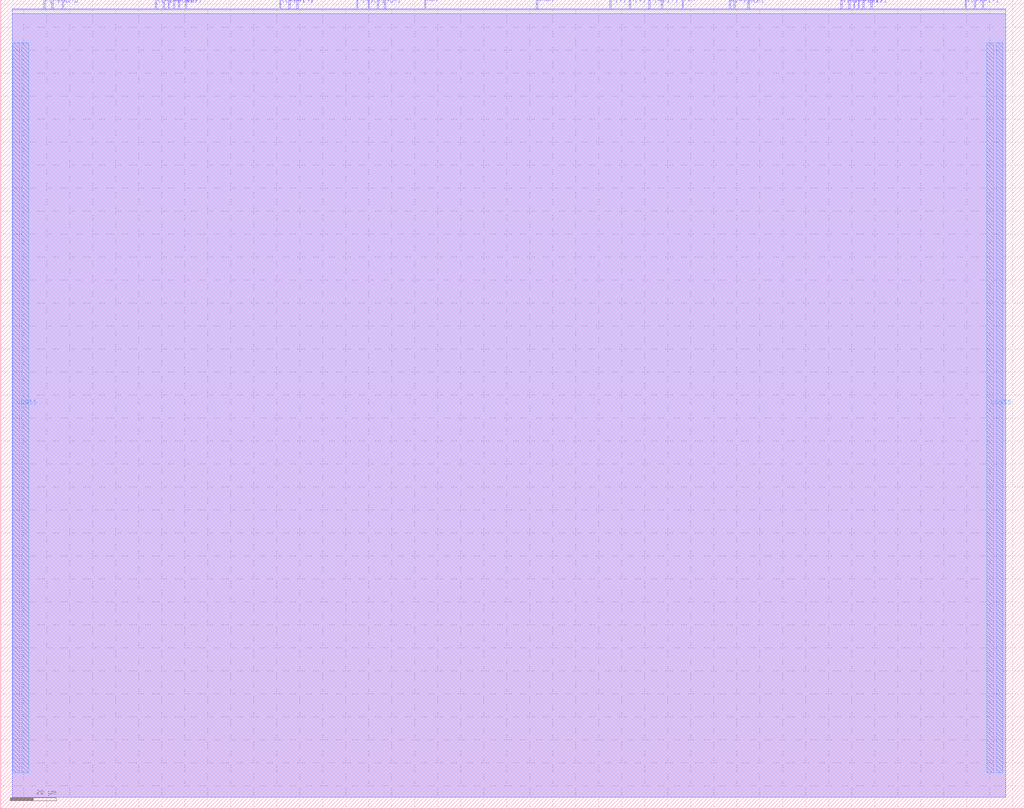
<source format=lef>
VERSION 5.7 ;
  NOWIREEXTENSIONATPIN ON ;
  DIVIDERCHAR "/" ;
  BUSBITCHARS "[]" ;
MACRO gf180_ram_256x8_wrapper
  CLASS BLOCK ;
  FOREIGN gf180_ram_256x8_wrapper ;
  ORIGIN 0.000 0.000 ;
  SIZE 444.860 BY 351.880 ;
  PIN A[0]
    DIRECTION INPUT ;
    USE SIGNAL ;
    PORT
      LAYER Metal2 ;
        RECT 264.720 347.880 265.280 351.880 ;
    END
  END A[0]
  PIN A[1]
    DIRECTION INPUT ;
    USE SIGNAL ;
    PORT
      LAYER Metal2 ;
        RECT 273.220 347.880 273.780 351.880 ;
    END
  END A[1]
  PIN A[2]
    DIRECTION INPUT ;
    USE SIGNAL ;
    PORT
      LAYER Metal2 ;
        RECT 281.720 347.880 282.280 351.880 ;
    END
  END A[2]
  PIN A[3]
    DIRECTION INPUT ;
    USE SIGNAL ;
    PORT
      LAYER Metal2 ;
        RECT 154.720 347.880 155.280 351.880 ;
    END
  END A[3]
  PIN A[4]
    DIRECTION INPUT ;
    USE SIGNAL ;
    PORT
      LAYER Metal2 ;
        RECT 159.720 347.880 160.280 351.880 ;
    END
  END A[4]
  PIN A[5]
    DIRECTION INPUT ;
    USE SIGNAL ;
    PORT
      LAYER Metal2 ;
        RECT 163.720 347.880 164.280 351.880 ;
    END
  END A[5]
  PIN A[6]
    DIRECTION INPUT ;
    USE SIGNAL ;
    PORT
      LAYER Metal2 ;
        RECT 166.720 347.880 167.280 351.880 ;
    END
  END A[6]
  PIN A[7]
    DIRECTION INPUT ;
    USE SIGNAL ;
    PORT
      LAYER Metal2 ;
        RECT 287.220 347.880 287.780 351.880 ;
    END
  END A[7]
  PIN CEN
    DIRECTION INPUT ;
    USE SIGNAL ;
    PORT
      LAYER Metal2 ;
        RECT 184.220 347.880 184.780 351.880 ;
    END
  END CEN
  PIN CLK
    DIRECTION INPUT ;
    USE SIGNAL ;
    PORT
      LAYER Metal2 ;
        RECT 296.220 347.880 296.780 351.880 ;
    END
  END CLK
  PIN D[0]
    DIRECTION INPUT ;
    USE SIGNAL ;
    PORT
      LAYER Metal2 ;
        RECT 426.720 347.880 427.280 351.880 ;
    END
  END D[0]
  PIN D[1]
    DIRECTION INPUT ;
    USE SIGNAL ;
    PORT
      LAYER Metal2 ;
        RECT 374.720 347.880 375.280 351.880 ;
    END
  END D[1]
  PIN D[2]
    DIRECTION INPUT ;
    USE SIGNAL ;
    PORT
      LAYER Metal2 ;
        RECT 368.720 347.880 369.280 351.880 ;
    END
  END D[2]
  PIN D[3]
    DIRECTION INPUT ;
    USE SIGNAL ;
    PORT
      LAYER Metal2 ;
        RECT 316.720 347.880 317.280 351.880 ;
    END
  END D[3]
  PIN D[4]
    DIRECTION INPUT ;
    USE SIGNAL ;
    PORT
      LAYER Metal2 ;
        RECT 128.720 347.880 129.280 351.880 ;
    END
  END D[4]
  PIN D[5]
    DIRECTION INPUT ;
    USE SIGNAL ;
    PORT
      LAYER Metal2 ;
        RECT 77.220 347.880 77.780 351.880 ;
    END
  END D[5]
  PIN D[6]
    DIRECTION INPUT ;
    USE SIGNAL ;
    PORT
      LAYER Metal2 ;
        RECT 70.720 347.880 71.280 351.880 ;
    END
  END D[6]
  PIN D[7]
    DIRECTION INPUT ;
    USE SIGNAL ;
    PORT
      LAYER Metal2 ;
        RECT 18.720 347.880 19.280 351.880 ;
    END
  END D[7]
  PIN GWEN
    DIRECTION INPUT ;
    USE SIGNAL ;
    PORT
      LAYER Metal2 ;
        RECT 232.840 347.880 233.400 351.880 ;
    END
  END GWEN
  PIN Q[0]
    DIRECTION OUTPUT TRISTATE ;
    USE SIGNAL ;
    PORT
      LAYER Metal2 ;
        RECT 419.220 347.880 419.780 351.880 ;
    END
  END Q[0]
  PIN Q[1]
    DIRECTION OUTPUT TRISTATE ;
    USE SIGNAL ;
    PORT
      LAYER Metal2 ;
        RECT 378.220 347.880 378.780 351.880 ;
    END
  END Q[1]
  PIN Q[2]
    DIRECTION OUTPUT TRISTATE ;
    USE SIGNAL ;
    PORT
      LAYER Metal2 ;
        RECT 365.220 347.880 365.780 351.880 ;
    END
  END Q[2]
  PIN Q[3]
    DIRECTION OUTPUT TRISTATE ;
    USE SIGNAL ;
    PORT
      LAYER Metal2 ;
        RECT 324.720 347.880 325.280 351.880 ;
    END
  END Q[3]
  PIN Q[4]
    DIRECTION OUTPUT TRISTATE ;
    USE SIGNAL ;
    PORT
      LAYER Metal2 ;
        RECT 121.220 347.880 121.780 351.880 ;
    END
  END Q[4]
  PIN Q[5]
    DIRECTION OUTPUT TRISTATE ;
    USE SIGNAL ;
    PORT
      LAYER Metal2 ;
        RECT 80.220 347.880 80.780 351.880 ;
    END
  END Q[5]
  PIN Q[6]
    DIRECTION OUTPUT TRISTATE ;
    USE SIGNAL ;
    PORT
      LAYER Metal2 ;
        RECT 67.220 347.880 67.780 351.880 ;
    END
  END Q[6]
  PIN Q[7]
    DIRECTION OUTPUT TRISTATE ;
    USE SIGNAL ;
    PORT
      LAYER Metal2 ;
        RECT 26.720 347.880 27.280 351.880 ;
    END
  END Q[7]
  PIN VDD
    DIRECTION INOUT ;
    USE POWER ;
    PORT
      LAYER Metal4 ;
        RECT 5.220 15.680 8.220 333.200 ;
    END
    PORT
      LAYER Metal4 ;
        RECT 428.630 15.680 431.630 333.200 ;
    END
  END VDD
  PIN VSS
    DIRECTION INOUT ;
    USE GROUND ;
    PORT
      LAYER Metal4 ;
        RECT 9.220 15.680 12.220 333.200 ;
    END
    PORT
      LAYER Metal4 ;
        RECT 432.630 15.680 435.630 333.200 ;
    END
  END VSS
  PIN WEN[0]
    DIRECTION INPUT ;
    USE SIGNAL ;
    PORT
      LAYER Metal2 ;
        RECT 423.220 347.880 423.780 351.880 ;
    END
  END WEN[0]
  PIN WEN[1]
    DIRECTION INPUT ;
    USE SIGNAL ;
    PORT
      LAYER Metal2 ;
        RECT 372.720 347.880 373.280 351.880 ;
    END
  END WEN[1]
  PIN WEN[2]
    DIRECTION INPUT ;
    USE SIGNAL ;
    PORT
      LAYER Metal2 ;
        RECT 370.720 347.880 371.280 351.880 ;
    END
  END WEN[2]
  PIN WEN[3]
    DIRECTION INPUT ;
    USE SIGNAL ;
    PORT
      LAYER Metal2 ;
        RECT 318.720 347.880 319.280 351.880 ;
    END
  END WEN[3]
  PIN WEN[4]
    DIRECTION INPUT ;
    USE SIGNAL ;
    PORT
      LAYER Metal2 ;
        RECT 125.220 347.880 125.780 351.880 ;
    END
  END WEN[4]
  PIN WEN[5]
    DIRECTION INPUT ;
    USE SIGNAL ;
    PORT
      LAYER Metal2 ;
        RECT 74.970 347.880 75.530 351.880 ;
    END
  END WEN[5]
  PIN WEN[6]
    DIRECTION INPUT ;
    USE SIGNAL ;
    PORT
      LAYER Metal2 ;
        RECT 72.720 347.880 73.280 351.880 ;
    END
  END WEN[6]
  PIN WEN[7]
    DIRECTION INPUT ;
    USE SIGNAL ;
    PORT
      LAYER Metal2 ;
        RECT 22.220 347.880 22.780 351.880 ;
    END
  END WEN[7]
  OBS
      LAYER Metal1 ;
        RECT 5.000 5.000 436.860 345.880 ;
      LAYER Metal2 ;
        RECT 5.000 347.580 18.420 348.040 ;
        RECT 19.580 347.580 21.920 348.040 ;
        RECT 23.080 347.580 26.420 348.040 ;
        RECT 27.580 347.580 66.920 348.040 ;
        RECT 68.080 347.580 70.420 348.040 ;
        RECT 71.580 347.580 72.420 348.040 ;
        RECT 73.580 347.580 74.670 348.040 ;
        RECT 75.830 347.580 76.920 348.040 ;
        RECT 78.080 347.580 79.920 348.040 ;
        RECT 81.080 347.580 120.920 348.040 ;
        RECT 122.080 347.580 124.920 348.040 ;
        RECT 126.080 347.580 128.420 348.040 ;
        RECT 129.580 347.580 154.420 348.040 ;
        RECT 155.580 347.580 159.420 348.040 ;
        RECT 160.580 347.580 163.420 348.040 ;
        RECT 164.580 347.580 166.420 348.040 ;
        RECT 167.580 347.580 183.920 348.040 ;
        RECT 185.080 347.580 232.540 348.040 ;
        RECT 233.700 347.580 264.420 348.040 ;
        RECT 265.580 347.580 272.920 348.040 ;
        RECT 274.080 347.580 281.420 348.040 ;
        RECT 282.580 347.580 286.920 348.040 ;
        RECT 288.080 347.580 295.920 348.040 ;
        RECT 297.080 347.580 316.420 348.040 ;
        RECT 317.580 347.580 318.420 348.040 ;
        RECT 319.580 347.580 324.420 348.040 ;
        RECT 325.580 347.580 364.920 348.040 ;
        RECT 366.080 347.580 368.420 348.040 ;
        RECT 369.580 347.580 370.420 348.040 ;
        RECT 371.580 347.580 372.420 348.040 ;
        RECT 373.580 347.580 374.420 348.040 ;
        RECT 375.580 347.580 377.920 348.040 ;
        RECT 379.080 347.580 418.920 348.040 ;
        RECT 420.080 347.580 422.920 348.040 ;
        RECT 424.080 347.580 426.420 348.040 ;
        RECT 427.580 347.580 436.860 348.040 ;
        RECT 5.000 5.000 436.860 347.580 ;
      LAYER Metal3 ;
        RECT 5.000 5.000 436.860 345.880 ;
  END
END gf180_ram_256x8_wrapper
END LIBRARY


</source>
